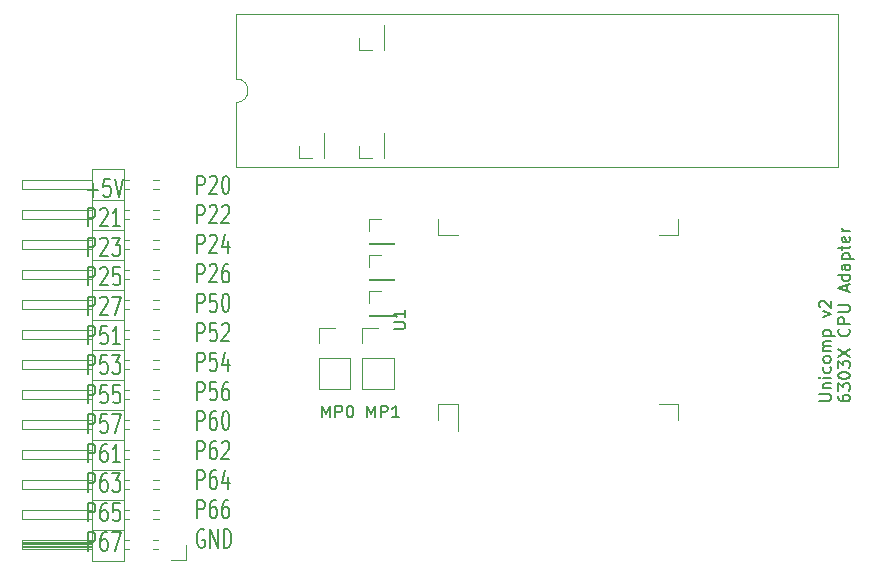
<source format=gbr>
%TF.GenerationSoftware,KiCad,Pcbnew,7.0.10-7.0.10~ubuntu20.04.1*%
%TF.CreationDate,2024-01-23T10:27:16+01:00*%
%TF.ProjectId,6303X_FP64,36333033-585f-4465-9036-342e6b696361,rev?*%
%TF.SameCoordinates,Original*%
%TF.FileFunction,Legend,Top*%
%TF.FilePolarity,Positive*%
%FSLAX46Y46*%
G04 Gerber Fmt 4.6, Leading zero omitted, Abs format (unit mm)*
G04 Created by KiCad (PCBNEW 7.0.10-7.0.10~ubuntu20.04.1) date 2024-01-23 10:27:16*
%MOMM*%
%LPD*%
G01*
G04 APERTURE LIST*
%ADD10C,0.150000*%
%ADD11C,0.120000*%
G04 APERTURE END LIST*
D10*
X179660779Y-72767819D02*
X179660779Y-71767819D01*
X179660779Y-71767819D02*
X179994112Y-72482104D01*
X179994112Y-72482104D02*
X180327445Y-71767819D01*
X180327445Y-71767819D02*
X180327445Y-72767819D01*
X180803636Y-72767819D02*
X180803636Y-71767819D01*
X180803636Y-71767819D02*
X181184588Y-71767819D01*
X181184588Y-71767819D02*
X181279826Y-71815438D01*
X181279826Y-71815438D02*
X181327445Y-71863057D01*
X181327445Y-71863057D02*
X181375064Y-71958295D01*
X181375064Y-71958295D02*
X181375064Y-72101152D01*
X181375064Y-72101152D02*
X181327445Y-72196390D01*
X181327445Y-72196390D02*
X181279826Y-72244009D01*
X181279826Y-72244009D02*
X181184588Y-72291628D01*
X181184588Y-72291628D02*
X180803636Y-72291628D01*
X181994112Y-71767819D02*
X182089350Y-71767819D01*
X182089350Y-71767819D02*
X182184588Y-71815438D01*
X182184588Y-71815438D02*
X182232207Y-71863057D01*
X182232207Y-71863057D02*
X182279826Y-71958295D01*
X182279826Y-71958295D02*
X182327445Y-72148771D01*
X182327445Y-72148771D02*
X182327445Y-72386866D01*
X182327445Y-72386866D02*
X182279826Y-72577342D01*
X182279826Y-72577342D02*
X182232207Y-72672580D01*
X182232207Y-72672580D02*
X182184588Y-72720200D01*
X182184588Y-72720200D02*
X182089350Y-72767819D01*
X182089350Y-72767819D02*
X181994112Y-72767819D01*
X181994112Y-72767819D02*
X181898874Y-72720200D01*
X181898874Y-72720200D02*
X181851255Y-72672580D01*
X181851255Y-72672580D02*
X181803636Y-72577342D01*
X181803636Y-72577342D02*
X181756017Y-72386866D01*
X181756017Y-72386866D02*
X181756017Y-72148771D01*
X181756017Y-72148771D02*
X181803636Y-71958295D01*
X181803636Y-71958295D02*
X181851255Y-71863057D01*
X181851255Y-71863057D02*
X181898874Y-71815438D01*
X181898874Y-71815438D02*
X181994112Y-71767819D01*
X183517922Y-72767819D02*
X183517922Y-71767819D01*
X183517922Y-71767819D02*
X183851255Y-72482104D01*
X183851255Y-72482104D02*
X184184588Y-71767819D01*
X184184588Y-71767819D02*
X184184588Y-72767819D01*
X184660779Y-72767819D02*
X184660779Y-71767819D01*
X184660779Y-71767819D02*
X185041731Y-71767819D01*
X185041731Y-71767819D02*
X185136969Y-71815438D01*
X185136969Y-71815438D02*
X185184588Y-71863057D01*
X185184588Y-71863057D02*
X185232207Y-71958295D01*
X185232207Y-71958295D02*
X185232207Y-72101152D01*
X185232207Y-72101152D02*
X185184588Y-72196390D01*
X185184588Y-72196390D02*
X185136969Y-72244009D01*
X185136969Y-72244009D02*
X185041731Y-72291628D01*
X185041731Y-72291628D02*
X184660779Y-72291628D01*
X186184588Y-72767819D02*
X185613160Y-72767819D01*
X185898874Y-72767819D02*
X185898874Y-71767819D01*
X185898874Y-71767819D02*
X185803636Y-71910676D01*
X185803636Y-71910676D02*
X185708398Y-72005914D01*
X185708398Y-72005914D02*
X185613160Y-72053533D01*
X159860588Y-53516033D02*
X160698684Y-53516033D01*
X160279636Y-54106509D02*
X160279636Y-52925557D01*
X161746303Y-52556509D02*
X161222493Y-52556509D01*
X161222493Y-52556509D02*
X161170112Y-53294604D01*
X161170112Y-53294604D02*
X161222493Y-53220795D01*
X161222493Y-53220795D02*
X161327255Y-53146985D01*
X161327255Y-53146985D02*
X161589160Y-53146985D01*
X161589160Y-53146985D02*
X161693922Y-53220795D01*
X161693922Y-53220795D02*
X161746303Y-53294604D01*
X161746303Y-53294604D02*
X161798684Y-53442223D01*
X161798684Y-53442223D02*
X161798684Y-53811271D01*
X161798684Y-53811271D02*
X161746303Y-53958890D01*
X161746303Y-53958890D02*
X161693922Y-54032700D01*
X161693922Y-54032700D02*
X161589160Y-54106509D01*
X161589160Y-54106509D02*
X161327255Y-54106509D01*
X161327255Y-54106509D02*
X161222493Y-54032700D01*
X161222493Y-54032700D02*
X161170112Y-53958890D01*
X162112969Y-52556509D02*
X162479636Y-54106509D01*
X162479636Y-54106509D02*
X162846303Y-52556509D01*
X159860588Y-56602009D02*
X159860588Y-55052009D01*
X159860588Y-55052009D02*
X160279636Y-55052009D01*
X160279636Y-55052009D02*
X160384398Y-55125819D01*
X160384398Y-55125819D02*
X160436779Y-55199628D01*
X160436779Y-55199628D02*
X160489160Y-55347247D01*
X160489160Y-55347247D02*
X160489160Y-55568676D01*
X160489160Y-55568676D02*
X160436779Y-55716295D01*
X160436779Y-55716295D02*
X160384398Y-55790104D01*
X160384398Y-55790104D02*
X160279636Y-55863914D01*
X160279636Y-55863914D02*
X159860588Y-55863914D01*
X160908207Y-55199628D02*
X160960588Y-55125819D01*
X160960588Y-55125819D02*
X161065350Y-55052009D01*
X161065350Y-55052009D02*
X161327255Y-55052009D01*
X161327255Y-55052009D02*
X161432017Y-55125819D01*
X161432017Y-55125819D02*
X161484398Y-55199628D01*
X161484398Y-55199628D02*
X161536779Y-55347247D01*
X161536779Y-55347247D02*
X161536779Y-55494866D01*
X161536779Y-55494866D02*
X161484398Y-55716295D01*
X161484398Y-55716295D02*
X160855826Y-56602009D01*
X160855826Y-56602009D02*
X161536779Y-56602009D01*
X162584398Y-56602009D02*
X161955826Y-56602009D01*
X162270112Y-56602009D02*
X162270112Y-55052009D01*
X162270112Y-55052009D02*
X162165350Y-55273438D01*
X162165350Y-55273438D02*
X162060588Y-55421057D01*
X162060588Y-55421057D02*
X161955826Y-55494866D01*
X159860588Y-59097509D02*
X159860588Y-57547509D01*
X159860588Y-57547509D02*
X160279636Y-57547509D01*
X160279636Y-57547509D02*
X160384398Y-57621319D01*
X160384398Y-57621319D02*
X160436779Y-57695128D01*
X160436779Y-57695128D02*
X160489160Y-57842747D01*
X160489160Y-57842747D02*
X160489160Y-58064176D01*
X160489160Y-58064176D02*
X160436779Y-58211795D01*
X160436779Y-58211795D02*
X160384398Y-58285604D01*
X160384398Y-58285604D02*
X160279636Y-58359414D01*
X160279636Y-58359414D02*
X159860588Y-58359414D01*
X160908207Y-57695128D02*
X160960588Y-57621319D01*
X160960588Y-57621319D02*
X161065350Y-57547509D01*
X161065350Y-57547509D02*
X161327255Y-57547509D01*
X161327255Y-57547509D02*
X161432017Y-57621319D01*
X161432017Y-57621319D02*
X161484398Y-57695128D01*
X161484398Y-57695128D02*
X161536779Y-57842747D01*
X161536779Y-57842747D02*
X161536779Y-57990366D01*
X161536779Y-57990366D02*
X161484398Y-58211795D01*
X161484398Y-58211795D02*
X160855826Y-59097509D01*
X160855826Y-59097509D02*
X161536779Y-59097509D01*
X161903445Y-57547509D02*
X162584398Y-57547509D01*
X162584398Y-57547509D02*
X162217731Y-58137985D01*
X162217731Y-58137985D02*
X162374874Y-58137985D01*
X162374874Y-58137985D02*
X162479636Y-58211795D01*
X162479636Y-58211795D02*
X162532017Y-58285604D01*
X162532017Y-58285604D02*
X162584398Y-58433223D01*
X162584398Y-58433223D02*
X162584398Y-58802271D01*
X162584398Y-58802271D02*
X162532017Y-58949890D01*
X162532017Y-58949890D02*
X162479636Y-59023700D01*
X162479636Y-59023700D02*
X162374874Y-59097509D01*
X162374874Y-59097509D02*
X162060588Y-59097509D01*
X162060588Y-59097509D02*
X161955826Y-59023700D01*
X161955826Y-59023700D02*
X161903445Y-58949890D01*
X159860588Y-61593009D02*
X159860588Y-60043009D01*
X159860588Y-60043009D02*
X160279636Y-60043009D01*
X160279636Y-60043009D02*
X160384398Y-60116819D01*
X160384398Y-60116819D02*
X160436779Y-60190628D01*
X160436779Y-60190628D02*
X160489160Y-60338247D01*
X160489160Y-60338247D02*
X160489160Y-60559676D01*
X160489160Y-60559676D02*
X160436779Y-60707295D01*
X160436779Y-60707295D02*
X160384398Y-60781104D01*
X160384398Y-60781104D02*
X160279636Y-60854914D01*
X160279636Y-60854914D02*
X159860588Y-60854914D01*
X160908207Y-60190628D02*
X160960588Y-60116819D01*
X160960588Y-60116819D02*
X161065350Y-60043009D01*
X161065350Y-60043009D02*
X161327255Y-60043009D01*
X161327255Y-60043009D02*
X161432017Y-60116819D01*
X161432017Y-60116819D02*
X161484398Y-60190628D01*
X161484398Y-60190628D02*
X161536779Y-60338247D01*
X161536779Y-60338247D02*
X161536779Y-60485866D01*
X161536779Y-60485866D02*
X161484398Y-60707295D01*
X161484398Y-60707295D02*
X160855826Y-61593009D01*
X160855826Y-61593009D02*
X161536779Y-61593009D01*
X162532017Y-60043009D02*
X162008207Y-60043009D01*
X162008207Y-60043009D02*
X161955826Y-60781104D01*
X161955826Y-60781104D02*
X162008207Y-60707295D01*
X162008207Y-60707295D02*
X162112969Y-60633485D01*
X162112969Y-60633485D02*
X162374874Y-60633485D01*
X162374874Y-60633485D02*
X162479636Y-60707295D01*
X162479636Y-60707295D02*
X162532017Y-60781104D01*
X162532017Y-60781104D02*
X162584398Y-60928723D01*
X162584398Y-60928723D02*
X162584398Y-61297771D01*
X162584398Y-61297771D02*
X162532017Y-61445390D01*
X162532017Y-61445390D02*
X162479636Y-61519200D01*
X162479636Y-61519200D02*
X162374874Y-61593009D01*
X162374874Y-61593009D02*
X162112969Y-61593009D01*
X162112969Y-61593009D02*
X162008207Y-61519200D01*
X162008207Y-61519200D02*
X161955826Y-61445390D01*
X159860588Y-64088509D02*
X159860588Y-62538509D01*
X159860588Y-62538509D02*
X160279636Y-62538509D01*
X160279636Y-62538509D02*
X160384398Y-62612319D01*
X160384398Y-62612319D02*
X160436779Y-62686128D01*
X160436779Y-62686128D02*
X160489160Y-62833747D01*
X160489160Y-62833747D02*
X160489160Y-63055176D01*
X160489160Y-63055176D02*
X160436779Y-63202795D01*
X160436779Y-63202795D02*
X160384398Y-63276604D01*
X160384398Y-63276604D02*
X160279636Y-63350414D01*
X160279636Y-63350414D02*
X159860588Y-63350414D01*
X160908207Y-62686128D02*
X160960588Y-62612319D01*
X160960588Y-62612319D02*
X161065350Y-62538509D01*
X161065350Y-62538509D02*
X161327255Y-62538509D01*
X161327255Y-62538509D02*
X161432017Y-62612319D01*
X161432017Y-62612319D02*
X161484398Y-62686128D01*
X161484398Y-62686128D02*
X161536779Y-62833747D01*
X161536779Y-62833747D02*
X161536779Y-62981366D01*
X161536779Y-62981366D02*
X161484398Y-63202795D01*
X161484398Y-63202795D02*
X160855826Y-64088509D01*
X160855826Y-64088509D02*
X161536779Y-64088509D01*
X161903445Y-62538509D02*
X162636779Y-62538509D01*
X162636779Y-62538509D02*
X162165350Y-64088509D01*
X159860588Y-66584009D02*
X159860588Y-65034009D01*
X159860588Y-65034009D02*
X160279636Y-65034009D01*
X160279636Y-65034009D02*
X160384398Y-65107819D01*
X160384398Y-65107819D02*
X160436779Y-65181628D01*
X160436779Y-65181628D02*
X160489160Y-65329247D01*
X160489160Y-65329247D02*
X160489160Y-65550676D01*
X160489160Y-65550676D02*
X160436779Y-65698295D01*
X160436779Y-65698295D02*
X160384398Y-65772104D01*
X160384398Y-65772104D02*
X160279636Y-65845914D01*
X160279636Y-65845914D02*
X159860588Y-65845914D01*
X161484398Y-65034009D02*
X160960588Y-65034009D01*
X160960588Y-65034009D02*
X160908207Y-65772104D01*
X160908207Y-65772104D02*
X160960588Y-65698295D01*
X160960588Y-65698295D02*
X161065350Y-65624485D01*
X161065350Y-65624485D02*
X161327255Y-65624485D01*
X161327255Y-65624485D02*
X161432017Y-65698295D01*
X161432017Y-65698295D02*
X161484398Y-65772104D01*
X161484398Y-65772104D02*
X161536779Y-65919723D01*
X161536779Y-65919723D02*
X161536779Y-66288771D01*
X161536779Y-66288771D02*
X161484398Y-66436390D01*
X161484398Y-66436390D02*
X161432017Y-66510200D01*
X161432017Y-66510200D02*
X161327255Y-66584009D01*
X161327255Y-66584009D02*
X161065350Y-66584009D01*
X161065350Y-66584009D02*
X160960588Y-66510200D01*
X160960588Y-66510200D02*
X160908207Y-66436390D01*
X162584398Y-66584009D02*
X161955826Y-66584009D01*
X162270112Y-66584009D02*
X162270112Y-65034009D01*
X162270112Y-65034009D02*
X162165350Y-65255438D01*
X162165350Y-65255438D02*
X162060588Y-65403057D01*
X162060588Y-65403057D02*
X161955826Y-65476866D01*
X159860588Y-69079509D02*
X159860588Y-67529509D01*
X159860588Y-67529509D02*
X160279636Y-67529509D01*
X160279636Y-67529509D02*
X160384398Y-67603319D01*
X160384398Y-67603319D02*
X160436779Y-67677128D01*
X160436779Y-67677128D02*
X160489160Y-67824747D01*
X160489160Y-67824747D02*
X160489160Y-68046176D01*
X160489160Y-68046176D02*
X160436779Y-68193795D01*
X160436779Y-68193795D02*
X160384398Y-68267604D01*
X160384398Y-68267604D02*
X160279636Y-68341414D01*
X160279636Y-68341414D02*
X159860588Y-68341414D01*
X161484398Y-67529509D02*
X160960588Y-67529509D01*
X160960588Y-67529509D02*
X160908207Y-68267604D01*
X160908207Y-68267604D02*
X160960588Y-68193795D01*
X160960588Y-68193795D02*
X161065350Y-68119985D01*
X161065350Y-68119985D02*
X161327255Y-68119985D01*
X161327255Y-68119985D02*
X161432017Y-68193795D01*
X161432017Y-68193795D02*
X161484398Y-68267604D01*
X161484398Y-68267604D02*
X161536779Y-68415223D01*
X161536779Y-68415223D02*
X161536779Y-68784271D01*
X161536779Y-68784271D02*
X161484398Y-68931890D01*
X161484398Y-68931890D02*
X161432017Y-69005700D01*
X161432017Y-69005700D02*
X161327255Y-69079509D01*
X161327255Y-69079509D02*
X161065350Y-69079509D01*
X161065350Y-69079509D02*
X160960588Y-69005700D01*
X160960588Y-69005700D02*
X160908207Y-68931890D01*
X161903445Y-67529509D02*
X162584398Y-67529509D01*
X162584398Y-67529509D02*
X162217731Y-68119985D01*
X162217731Y-68119985D02*
X162374874Y-68119985D01*
X162374874Y-68119985D02*
X162479636Y-68193795D01*
X162479636Y-68193795D02*
X162532017Y-68267604D01*
X162532017Y-68267604D02*
X162584398Y-68415223D01*
X162584398Y-68415223D02*
X162584398Y-68784271D01*
X162584398Y-68784271D02*
X162532017Y-68931890D01*
X162532017Y-68931890D02*
X162479636Y-69005700D01*
X162479636Y-69005700D02*
X162374874Y-69079509D01*
X162374874Y-69079509D02*
X162060588Y-69079509D01*
X162060588Y-69079509D02*
X161955826Y-69005700D01*
X161955826Y-69005700D02*
X161903445Y-68931890D01*
X159860588Y-71575009D02*
X159860588Y-70025009D01*
X159860588Y-70025009D02*
X160279636Y-70025009D01*
X160279636Y-70025009D02*
X160384398Y-70098819D01*
X160384398Y-70098819D02*
X160436779Y-70172628D01*
X160436779Y-70172628D02*
X160489160Y-70320247D01*
X160489160Y-70320247D02*
X160489160Y-70541676D01*
X160489160Y-70541676D02*
X160436779Y-70689295D01*
X160436779Y-70689295D02*
X160384398Y-70763104D01*
X160384398Y-70763104D02*
X160279636Y-70836914D01*
X160279636Y-70836914D02*
X159860588Y-70836914D01*
X161484398Y-70025009D02*
X160960588Y-70025009D01*
X160960588Y-70025009D02*
X160908207Y-70763104D01*
X160908207Y-70763104D02*
X160960588Y-70689295D01*
X160960588Y-70689295D02*
X161065350Y-70615485D01*
X161065350Y-70615485D02*
X161327255Y-70615485D01*
X161327255Y-70615485D02*
X161432017Y-70689295D01*
X161432017Y-70689295D02*
X161484398Y-70763104D01*
X161484398Y-70763104D02*
X161536779Y-70910723D01*
X161536779Y-70910723D02*
X161536779Y-71279771D01*
X161536779Y-71279771D02*
X161484398Y-71427390D01*
X161484398Y-71427390D02*
X161432017Y-71501200D01*
X161432017Y-71501200D02*
X161327255Y-71575009D01*
X161327255Y-71575009D02*
X161065350Y-71575009D01*
X161065350Y-71575009D02*
X160960588Y-71501200D01*
X160960588Y-71501200D02*
X160908207Y-71427390D01*
X162532017Y-70025009D02*
X162008207Y-70025009D01*
X162008207Y-70025009D02*
X161955826Y-70763104D01*
X161955826Y-70763104D02*
X162008207Y-70689295D01*
X162008207Y-70689295D02*
X162112969Y-70615485D01*
X162112969Y-70615485D02*
X162374874Y-70615485D01*
X162374874Y-70615485D02*
X162479636Y-70689295D01*
X162479636Y-70689295D02*
X162532017Y-70763104D01*
X162532017Y-70763104D02*
X162584398Y-70910723D01*
X162584398Y-70910723D02*
X162584398Y-71279771D01*
X162584398Y-71279771D02*
X162532017Y-71427390D01*
X162532017Y-71427390D02*
X162479636Y-71501200D01*
X162479636Y-71501200D02*
X162374874Y-71575009D01*
X162374874Y-71575009D02*
X162112969Y-71575009D01*
X162112969Y-71575009D02*
X162008207Y-71501200D01*
X162008207Y-71501200D02*
X161955826Y-71427390D01*
X159860588Y-74070509D02*
X159860588Y-72520509D01*
X159860588Y-72520509D02*
X160279636Y-72520509D01*
X160279636Y-72520509D02*
X160384398Y-72594319D01*
X160384398Y-72594319D02*
X160436779Y-72668128D01*
X160436779Y-72668128D02*
X160489160Y-72815747D01*
X160489160Y-72815747D02*
X160489160Y-73037176D01*
X160489160Y-73037176D02*
X160436779Y-73184795D01*
X160436779Y-73184795D02*
X160384398Y-73258604D01*
X160384398Y-73258604D02*
X160279636Y-73332414D01*
X160279636Y-73332414D02*
X159860588Y-73332414D01*
X161484398Y-72520509D02*
X160960588Y-72520509D01*
X160960588Y-72520509D02*
X160908207Y-73258604D01*
X160908207Y-73258604D02*
X160960588Y-73184795D01*
X160960588Y-73184795D02*
X161065350Y-73110985D01*
X161065350Y-73110985D02*
X161327255Y-73110985D01*
X161327255Y-73110985D02*
X161432017Y-73184795D01*
X161432017Y-73184795D02*
X161484398Y-73258604D01*
X161484398Y-73258604D02*
X161536779Y-73406223D01*
X161536779Y-73406223D02*
X161536779Y-73775271D01*
X161536779Y-73775271D02*
X161484398Y-73922890D01*
X161484398Y-73922890D02*
X161432017Y-73996700D01*
X161432017Y-73996700D02*
X161327255Y-74070509D01*
X161327255Y-74070509D02*
X161065350Y-74070509D01*
X161065350Y-74070509D02*
X160960588Y-73996700D01*
X160960588Y-73996700D02*
X160908207Y-73922890D01*
X161903445Y-72520509D02*
X162636779Y-72520509D01*
X162636779Y-72520509D02*
X162165350Y-74070509D01*
X159860588Y-76566009D02*
X159860588Y-75016009D01*
X159860588Y-75016009D02*
X160279636Y-75016009D01*
X160279636Y-75016009D02*
X160384398Y-75089819D01*
X160384398Y-75089819D02*
X160436779Y-75163628D01*
X160436779Y-75163628D02*
X160489160Y-75311247D01*
X160489160Y-75311247D02*
X160489160Y-75532676D01*
X160489160Y-75532676D02*
X160436779Y-75680295D01*
X160436779Y-75680295D02*
X160384398Y-75754104D01*
X160384398Y-75754104D02*
X160279636Y-75827914D01*
X160279636Y-75827914D02*
X159860588Y-75827914D01*
X161432017Y-75016009D02*
X161222493Y-75016009D01*
X161222493Y-75016009D02*
X161117731Y-75089819D01*
X161117731Y-75089819D02*
X161065350Y-75163628D01*
X161065350Y-75163628D02*
X160960588Y-75385057D01*
X160960588Y-75385057D02*
X160908207Y-75680295D01*
X160908207Y-75680295D02*
X160908207Y-76270771D01*
X160908207Y-76270771D02*
X160960588Y-76418390D01*
X160960588Y-76418390D02*
X161012969Y-76492200D01*
X161012969Y-76492200D02*
X161117731Y-76566009D01*
X161117731Y-76566009D02*
X161327255Y-76566009D01*
X161327255Y-76566009D02*
X161432017Y-76492200D01*
X161432017Y-76492200D02*
X161484398Y-76418390D01*
X161484398Y-76418390D02*
X161536779Y-76270771D01*
X161536779Y-76270771D02*
X161536779Y-75901723D01*
X161536779Y-75901723D02*
X161484398Y-75754104D01*
X161484398Y-75754104D02*
X161432017Y-75680295D01*
X161432017Y-75680295D02*
X161327255Y-75606485D01*
X161327255Y-75606485D02*
X161117731Y-75606485D01*
X161117731Y-75606485D02*
X161012969Y-75680295D01*
X161012969Y-75680295D02*
X160960588Y-75754104D01*
X160960588Y-75754104D02*
X160908207Y-75901723D01*
X162584398Y-76566009D02*
X161955826Y-76566009D01*
X162270112Y-76566009D02*
X162270112Y-75016009D01*
X162270112Y-75016009D02*
X162165350Y-75237438D01*
X162165350Y-75237438D02*
X162060588Y-75385057D01*
X162060588Y-75385057D02*
X161955826Y-75458866D01*
X159860588Y-79061509D02*
X159860588Y-77511509D01*
X159860588Y-77511509D02*
X160279636Y-77511509D01*
X160279636Y-77511509D02*
X160384398Y-77585319D01*
X160384398Y-77585319D02*
X160436779Y-77659128D01*
X160436779Y-77659128D02*
X160489160Y-77806747D01*
X160489160Y-77806747D02*
X160489160Y-78028176D01*
X160489160Y-78028176D02*
X160436779Y-78175795D01*
X160436779Y-78175795D02*
X160384398Y-78249604D01*
X160384398Y-78249604D02*
X160279636Y-78323414D01*
X160279636Y-78323414D02*
X159860588Y-78323414D01*
X161432017Y-77511509D02*
X161222493Y-77511509D01*
X161222493Y-77511509D02*
X161117731Y-77585319D01*
X161117731Y-77585319D02*
X161065350Y-77659128D01*
X161065350Y-77659128D02*
X160960588Y-77880557D01*
X160960588Y-77880557D02*
X160908207Y-78175795D01*
X160908207Y-78175795D02*
X160908207Y-78766271D01*
X160908207Y-78766271D02*
X160960588Y-78913890D01*
X160960588Y-78913890D02*
X161012969Y-78987700D01*
X161012969Y-78987700D02*
X161117731Y-79061509D01*
X161117731Y-79061509D02*
X161327255Y-79061509D01*
X161327255Y-79061509D02*
X161432017Y-78987700D01*
X161432017Y-78987700D02*
X161484398Y-78913890D01*
X161484398Y-78913890D02*
X161536779Y-78766271D01*
X161536779Y-78766271D02*
X161536779Y-78397223D01*
X161536779Y-78397223D02*
X161484398Y-78249604D01*
X161484398Y-78249604D02*
X161432017Y-78175795D01*
X161432017Y-78175795D02*
X161327255Y-78101985D01*
X161327255Y-78101985D02*
X161117731Y-78101985D01*
X161117731Y-78101985D02*
X161012969Y-78175795D01*
X161012969Y-78175795D02*
X160960588Y-78249604D01*
X160960588Y-78249604D02*
X160908207Y-78397223D01*
X161903445Y-77511509D02*
X162584398Y-77511509D01*
X162584398Y-77511509D02*
X162217731Y-78101985D01*
X162217731Y-78101985D02*
X162374874Y-78101985D01*
X162374874Y-78101985D02*
X162479636Y-78175795D01*
X162479636Y-78175795D02*
X162532017Y-78249604D01*
X162532017Y-78249604D02*
X162584398Y-78397223D01*
X162584398Y-78397223D02*
X162584398Y-78766271D01*
X162584398Y-78766271D02*
X162532017Y-78913890D01*
X162532017Y-78913890D02*
X162479636Y-78987700D01*
X162479636Y-78987700D02*
X162374874Y-79061509D01*
X162374874Y-79061509D02*
X162060588Y-79061509D01*
X162060588Y-79061509D02*
X161955826Y-78987700D01*
X161955826Y-78987700D02*
X161903445Y-78913890D01*
X159860588Y-81557009D02*
X159860588Y-80007009D01*
X159860588Y-80007009D02*
X160279636Y-80007009D01*
X160279636Y-80007009D02*
X160384398Y-80080819D01*
X160384398Y-80080819D02*
X160436779Y-80154628D01*
X160436779Y-80154628D02*
X160489160Y-80302247D01*
X160489160Y-80302247D02*
X160489160Y-80523676D01*
X160489160Y-80523676D02*
X160436779Y-80671295D01*
X160436779Y-80671295D02*
X160384398Y-80745104D01*
X160384398Y-80745104D02*
X160279636Y-80818914D01*
X160279636Y-80818914D02*
X159860588Y-80818914D01*
X161432017Y-80007009D02*
X161222493Y-80007009D01*
X161222493Y-80007009D02*
X161117731Y-80080819D01*
X161117731Y-80080819D02*
X161065350Y-80154628D01*
X161065350Y-80154628D02*
X160960588Y-80376057D01*
X160960588Y-80376057D02*
X160908207Y-80671295D01*
X160908207Y-80671295D02*
X160908207Y-81261771D01*
X160908207Y-81261771D02*
X160960588Y-81409390D01*
X160960588Y-81409390D02*
X161012969Y-81483200D01*
X161012969Y-81483200D02*
X161117731Y-81557009D01*
X161117731Y-81557009D02*
X161327255Y-81557009D01*
X161327255Y-81557009D02*
X161432017Y-81483200D01*
X161432017Y-81483200D02*
X161484398Y-81409390D01*
X161484398Y-81409390D02*
X161536779Y-81261771D01*
X161536779Y-81261771D02*
X161536779Y-80892723D01*
X161536779Y-80892723D02*
X161484398Y-80745104D01*
X161484398Y-80745104D02*
X161432017Y-80671295D01*
X161432017Y-80671295D02*
X161327255Y-80597485D01*
X161327255Y-80597485D02*
X161117731Y-80597485D01*
X161117731Y-80597485D02*
X161012969Y-80671295D01*
X161012969Y-80671295D02*
X160960588Y-80745104D01*
X160960588Y-80745104D02*
X160908207Y-80892723D01*
X162532017Y-80007009D02*
X162008207Y-80007009D01*
X162008207Y-80007009D02*
X161955826Y-80745104D01*
X161955826Y-80745104D02*
X162008207Y-80671295D01*
X162008207Y-80671295D02*
X162112969Y-80597485D01*
X162112969Y-80597485D02*
X162374874Y-80597485D01*
X162374874Y-80597485D02*
X162479636Y-80671295D01*
X162479636Y-80671295D02*
X162532017Y-80745104D01*
X162532017Y-80745104D02*
X162584398Y-80892723D01*
X162584398Y-80892723D02*
X162584398Y-81261771D01*
X162584398Y-81261771D02*
X162532017Y-81409390D01*
X162532017Y-81409390D02*
X162479636Y-81483200D01*
X162479636Y-81483200D02*
X162374874Y-81557009D01*
X162374874Y-81557009D02*
X162112969Y-81557009D01*
X162112969Y-81557009D02*
X162008207Y-81483200D01*
X162008207Y-81483200D02*
X161955826Y-81409390D01*
X159860588Y-84052509D02*
X159860588Y-82502509D01*
X159860588Y-82502509D02*
X160279636Y-82502509D01*
X160279636Y-82502509D02*
X160384398Y-82576319D01*
X160384398Y-82576319D02*
X160436779Y-82650128D01*
X160436779Y-82650128D02*
X160489160Y-82797747D01*
X160489160Y-82797747D02*
X160489160Y-83019176D01*
X160489160Y-83019176D02*
X160436779Y-83166795D01*
X160436779Y-83166795D02*
X160384398Y-83240604D01*
X160384398Y-83240604D02*
X160279636Y-83314414D01*
X160279636Y-83314414D02*
X159860588Y-83314414D01*
X161432017Y-82502509D02*
X161222493Y-82502509D01*
X161222493Y-82502509D02*
X161117731Y-82576319D01*
X161117731Y-82576319D02*
X161065350Y-82650128D01*
X161065350Y-82650128D02*
X160960588Y-82871557D01*
X160960588Y-82871557D02*
X160908207Y-83166795D01*
X160908207Y-83166795D02*
X160908207Y-83757271D01*
X160908207Y-83757271D02*
X160960588Y-83904890D01*
X160960588Y-83904890D02*
X161012969Y-83978700D01*
X161012969Y-83978700D02*
X161117731Y-84052509D01*
X161117731Y-84052509D02*
X161327255Y-84052509D01*
X161327255Y-84052509D02*
X161432017Y-83978700D01*
X161432017Y-83978700D02*
X161484398Y-83904890D01*
X161484398Y-83904890D02*
X161536779Y-83757271D01*
X161536779Y-83757271D02*
X161536779Y-83388223D01*
X161536779Y-83388223D02*
X161484398Y-83240604D01*
X161484398Y-83240604D02*
X161432017Y-83166795D01*
X161432017Y-83166795D02*
X161327255Y-83092985D01*
X161327255Y-83092985D02*
X161117731Y-83092985D01*
X161117731Y-83092985D02*
X161012969Y-83166795D01*
X161012969Y-83166795D02*
X160960588Y-83240604D01*
X160960588Y-83240604D02*
X160908207Y-83388223D01*
X161903445Y-82502509D02*
X162636779Y-82502509D01*
X162636779Y-82502509D02*
X162165350Y-84052509D01*
X221759819Y-71363220D02*
X222569342Y-71363220D01*
X222569342Y-71363220D02*
X222664580Y-71315601D01*
X222664580Y-71315601D02*
X222712200Y-71267982D01*
X222712200Y-71267982D02*
X222759819Y-71172744D01*
X222759819Y-71172744D02*
X222759819Y-70982268D01*
X222759819Y-70982268D02*
X222712200Y-70887030D01*
X222712200Y-70887030D02*
X222664580Y-70839411D01*
X222664580Y-70839411D02*
X222569342Y-70791792D01*
X222569342Y-70791792D02*
X221759819Y-70791792D01*
X222093152Y-70315601D02*
X222759819Y-70315601D01*
X222188390Y-70315601D02*
X222140771Y-70267982D01*
X222140771Y-70267982D02*
X222093152Y-70172744D01*
X222093152Y-70172744D02*
X222093152Y-70029887D01*
X222093152Y-70029887D02*
X222140771Y-69934649D01*
X222140771Y-69934649D02*
X222236009Y-69887030D01*
X222236009Y-69887030D02*
X222759819Y-69887030D01*
X222759819Y-69410839D02*
X222093152Y-69410839D01*
X221759819Y-69410839D02*
X221807438Y-69458458D01*
X221807438Y-69458458D02*
X221855057Y-69410839D01*
X221855057Y-69410839D02*
X221807438Y-69363220D01*
X221807438Y-69363220D02*
X221759819Y-69410839D01*
X221759819Y-69410839D02*
X221855057Y-69410839D01*
X222712200Y-68506078D02*
X222759819Y-68601316D01*
X222759819Y-68601316D02*
X222759819Y-68791792D01*
X222759819Y-68791792D02*
X222712200Y-68887030D01*
X222712200Y-68887030D02*
X222664580Y-68934649D01*
X222664580Y-68934649D02*
X222569342Y-68982268D01*
X222569342Y-68982268D02*
X222283628Y-68982268D01*
X222283628Y-68982268D02*
X222188390Y-68934649D01*
X222188390Y-68934649D02*
X222140771Y-68887030D01*
X222140771Y-68887030D02*
X222093152Y-68791792D01*
X222093152Y-68791792D02*
X222093152Y-68601316D01*
X222093152Y-68601316D02*
X222140771Y-68506078D01*
X222759819Y-67934649D02*
X222712200Y-68029887D01*
X222712200Y-68029887D02*
X222664580Y-68077506D01*
X222664580Y-68077506D02*
X222569342Y-68125125D01*
X222569342Y-68125125D02*
X222283628Y-68125125D01*
X222283628Y-68125125D02*
X222188390Y-68077506D01*
X222188390Y-68077506D02*
X222140771Y-68029887D01*
X222140771Y-68029887D02*
X222093152Y-67934649D01*
X222093152Y-67934649D02*
X222093152Y-67791792D01*
X222093152Y-67791792D02*
X222140771Y-67696554D01*
X222140771Y-67696554D02*
X222188390Y-67648935D01*
X222188390Y-67648935D02*
X222283628Y-67601316D01*
X222283628Y-67601316D02*
X222569342Y-67601316D01*
X222569342Y-67601316D02*
X222664580Y-67648935D01*
X222664580Y-67648935D02*
X222712200Y-67696554D01*
X222712200Y-67696554D02*
X222759819Y-67791792D01*
X222759819Y-67791792D02*
X222759819Y-67934649D01*
X222759819Y-67172744D02*
X222093152Y-67172744D01*
X222188390Y-67172744D02*
X222140771Y-67125125D01*
X222140771Y-67125125D02*
X222093152Y-67029887D01*
X222093152Y-67029887D02*
X222093152Y-66887030D01*
X222093152Y-66887030D02*
X222140771Y-66791792D01*
X222140771Y-66791792D02*
X222236009Y-66744173D01*
X222236009Y-66744173D02*
X222759819Y-66744173D01*
X222236009Y-66744173D02*
X222140771Y-66696554D01*
X222140771Y-66696554D02*
X222093152Y-66601316D01*
X222093152Y-66601316D02*
X222093152Y-66458459D01*
X222093152Y-66458459D02*
X222140771Y-66363220D01*
X222140771Y-66363220D02*
X222236009Y-66315601D01*
X222236009Y-66315601D02*
X222759819Y-66315601D01*
X222093152Y-65839411D02*
X223093152Y-65839411D01*
X222140771Y-65839411D02*
X222093152Y-65744173D01*
X222093152Y-65744173D02*
X222093152Y-65553697D01*
X222093152Y-65553697D02*
X222140771Y-65458459D01*
X222140771Y-65458459D02*
X222188390Y-65410840D01*
X222188390Y-65410840D02*
X222283628Y-65363221D01*
X222283628Y-65363221D02*
X222569342Y-65363221D01*
X222569342Y-65363221D02*
X222664580Y-65410840D01*
X222664580Y-65410840D02*
X222712200Y-65458459D01*
X222712200Y-65458459D02*
X222759819Y-65553697D01*
X222759819Y-65553697D02*
X222759819Y-65744173D01*
X222759819Y-65744173D02*
X222712200Y-65839411D01*
X222093152Y-64267982D02*
X222759819Y-64029887D01*
X222759819Y-64029887D02*
X222093152Y-63791792D01*
X221855057Y-63458458D02*
X221807438Y-63410839D01*
X221807438Y-63410839D02*
X221759819Y-63315601D01*
X221759819Y-63315601D02*
X221759819Y-63077506D01*
X221759819Y-63077506D02*
X221807438Y-62982268D01*
X221807438Y-62982268D02*
X221855057Y-62934649D01*
X221855057Y-62934649D02*
X221950295Y-62887030D01*
X221950295Y-62887030D02*
X222045533Y-62887030D01*
X222045533Y-62887030D02*
X222188390Y-62934649D01*
X222188390Y-62934649D02*
X222759819Y-63506077D01*
X222759819Y-63506077D02*
X222759819Y-62887030D01*
X223369819Y-70934649D02*
X223369819Y-71125125D01*
X223369819Y-71125125D02*
X223417438Y-71220363D01*
X223417438Y-71220363D02*
X223465057Y-71267982D01*
X223465057Y-71267982D02*
X223607914Y-71363220D01*
X223607914Y-71363220D02*
X223798390Y-71410839D01*
X223798390Y-71410839D02*
X224179342Y-71410839D01*
X224179342Y-71410839D02*
X224274580Y-71363220D01*
X224274580Y-71363220D02*
X224322200Y-71315601D01*
X224322200Y-71315601D02*
X224369819Y-71220363D01*
X224369819Y-71220363D02*
X224369819Y-71029887D01*
X224369819Y-71029887D02*
X224322200Y-70934649D01*
X224322200Y-70934649D02*
X224274580Y-70887030D01*
X224274580Y-70887030D02*
X224179342Y-70839411D01*
X224179342Y-70839411D02*
X223941247Y-70839411D01*
X223941247Y-70839411D02*
X223846009Y-70887030D01*
X223846009Y-70887030D02*
X223798390Y-70934649D01*
X223798390Y-70934649D02*
X223750771Y-71029887D01*
X223750771Y-71029887D02*
X223750771Y-71220363D01*
X223750771Y-71220363D02*
X223798390Y-71315601D01*
X223798390Y-71315601D02*
X223846009Y-71363220D01*
X223846009Y-71363220D02*
X223941247Y-71410839D01*
X223369819Y-70506077D02*
X223369819Y-69887030D01*
X223369819Y-69887030D02*
X223750771Y-70220363D01*
X223750771Y-70220363D02*
X223750771Y-70077506D01*
X223750771Y-70077506D02*
X223798390Y-69982268D01*
X223798390Y-69982268D02*
X223846009Y-69934649D01*
X223846009Y-69934649D02*
X223941247Y-69887030D01*
X223941247Y-69887030D02*
X224179342Y-69887030D01*
X224179342Y-69887030D02*
X224274580Y-69934649D01*
X224274580Y-69934649D02*
X224322200Y-69982268D01*
X224322200Y-69982268D02*
X224369819Y-70077506D01*
X224369819Y-70077506D02*
X224369819Y-70363220D01*
X224369819Y-70363220D02*
X224322200Y-70458458D01*
X224322200Y-70458458D02*
X224274580Y-70506077D01*
X223369819Y-69267982D02*
X223369819Y-69172744D01*
X223369819Y-69172744D02*
X223417438Y-69077506D01*
X223417438Y-69077506D02*
X223465057Y-69029887D01*
X223465057Y-69029887D02*
X223560295Y-68982268D01*
X223560295Y-68982268D02*
X223750771Y-68934649D01*
X223750771Y-68934649D02*
X223988866Y-68934649D01*
X223988866Y-68934649D02*
X224179342Y-68982268D01*
X224179342Y-68982268D02*
X224274580Y-69029887D01*
X224274580Y-69029887D02*
X224322200Y-69077506D01*
X224322200Y-69077506D02*
X224369819Y-69172744D01*
X224369819Y-69172744D02*
X224369819Y-69267982D01*
X224369819Y-69267982D02*
X224322200Y-69363220D01*
X224322200Y-69363220D02*
X224274580Y-69410839D01*
X224274580Y-69410839D02*
X224179342Y-69458458D01*
X224179342Y-69458458D02*
X223988866Y-69506077D01*
X223988866Y-69506077D02*
X223750771Y-69506077D01*
X223750771Y-69506077D02*
X223560295Y-69458458D01*
X223560295Y-69458458D02*
X223465057Y-69410839D01*
X223465057Y-69410839D02*
X223417438Y-69363220D01*
X223417438Y-69363220D02*
X223369819Y-69267982D01*
X223369819Y-68601315D02*
X223369819Y-67982268D01*
X223369819Y-67982268D02*
X223750771Y-68315601D01*
X223750771Y-68315601D02*
X223750771Y-68172744D01*
X223750771Y-68172744D02*
X223798390Y-68077506D01*
X223798390Y-68077506D02*
X223846009Y-68029887D01*
X223846009Y-68029887D02*
X223941247Y-67982268D01*
X223941247Y-67982268D02*
X224179342Y-67982268D01*
X224179342Y-67982268D02*
X224274580Y-68029887D01*
X224274580Y-68029887D02*
X224322200Y-68077506D01*
X224322200Y-68077506D02*
X224369819Y-68172744D01*
X224369819Y-68172744D02*
X224369819Y-68458458D01*
X224369819Y-68458458D02*
X224322200Y-68553696D01*
X224322200Y-68553696D02*
X224274580Y-68601315D01*
X223369819Y-67648934D02*
X224369819Y-66982268D01*
X223369819Y-66982268D02*
X224369819Y-67648934D01*
X224274580Y-65267982D02*
X224322200Y-65315601D01*
X224322200Y-65315601D02*
X224369819Y-65458458D01*
X224369819Y-65458458D02*
X224369819Y-65553696D01*
X224369819Y-65553696D02*
X224322200Y-65696553D01*
X224322200Y-65696553D02*
X224226961Y-65791791D01*
X224226961Y-65791791D02*
X224131723Y-65839410D01*
X224131723Y-65839410D02*
X223941247Y-65887029D01*
X223941247Y-65887029D02*
X223798390Y-65887029D01*
X223798390Y-65887029D02*
X223607914Y-65839410D01*
X223607914Y-65839410D02*
X223512676Y-65791791D01*
X223512676Y-65791791D02*
X223417438Y-65696553D01*
X223417438Y-65696553D02*
X223369819Y-65553696D01*
X223369819Y-65553696D02*
X223369819Y-65458458D01*
X223369819Y-65458458D02*
X223417438Y-65315601D01*
X223417438Y-65315601D02*
X223465057Y-65267982D01*
X224369819Y-64839410D02*
X223369819Y-64839410D01*
X223369819Y-64839410D02*
X223369819Y-64458458D01*
X223369819Y-64458458D02*
X223417438Y-64363220D01*
X223417438Y-64363220D02*
X223465057Y-64315601D01*
X223465057Y-64315601D02*
X223560295Y-64267982D01*
X223560295Y-64267982D02*
X223703152Y-64267982D01*
X223703152Y-64267982D02*
X223798390Y-64315601D01*
X223798390Y-64315601D02*
X223846009Y-64363220D01*
X223846009Y-64363220D02*
X223893628Y-64458458D01*
X223893628Y-64458458D02*
X223893628Y-64839410D01*
X223369819Y-63839410D02*
X224179342Y-63839410D01*
X224179342Y-63839410D02*
X224274580Y-63791791D01*
X224274580Y-63791791D02*
X224322200Y-63744172D01*
X224322200Y-63744172D02*
X224369819Y-63648934D01*
X224369819Y-63648934D02*
X224369819Y-63458458D01*
X224369819Y-63458458D02*
X224322200Y-63363220D01*
X224322200Y-63363220D02*
X224274580Y-63315601D01*
X224274580Y-63315601D02*
X224179342Y-63267982D01*
X224179342Y-63267982D02*
X223369819Y-63267982D01*
X224084104Y-62077505D02*
X224084104Y-61601315D01*
X224369819Y-62172743D02*
X223369819Y-61839410D01*
X223369819Y-61839410D02*
X224369819Y-61506077D01*
X224369819Y-60744172D02*
X223369819Y-60744172D01*
X224322200Y-60744172D02*
X224369819Y-60839410D01*
X224369819Y-60839410D02*
X224369819Y-61029886D01*
X224369819Y-61029886D02*
X224322200Y-61125124D01*
X224322200Y-61125124D02*
X224274580Y-61172743D01*
X224274580Y-61172743D02*
X224179342Y-61220362D01*
X224179342Y-61220362D02*
X223893628Y-61220362D01*
X223893628Y-61220362D02*
X223798390Y-61172743D01*
X223798390Y-61172743D02*
X223750771Y-61125124D01*
X223750771Y-61125124D02*
X223703152Y-61029886D01*
X223703152Y-61029886D02*
X223703152Y-60839410D01*
X223703152Y-60839410D02*
X223750771Y-60744172D01*
X224369819Y-59839410D02*
X223846009Y-59839410D01*
X223846009Y-59839410D02*
X223750771Y-59887029D01*
X223750771Y-59887029D02*
X223703152Y-59982267D01*
X223703152Y-59982267D02*
X223703152Y-60172743D01*
X223703152Y-60172743D02*
X223750771Y-60267981D01*
X224322200Y-59839410D02*
X224369819Y-59934648D01*
X224369819Y-59934648D02*
X224369819Y-60172743D01*
X224369819Y-60172743D02*
X224322200Y-60267981D01*
X224322200Y-60267981D02*
X224226961Y-60315600D01*
X224226961Y-60315600D02*
X224131723Y-60315600D01*
X224131723Y-60315600D02*
X224036485Y-60267981D01*
X224036485Y-60267981D02*
X223988866Y-60172743D01*
X223988866Y-60172743D02*
X223988866Y-59934648D01*
X223988866Y-59934648D02*
X223941247Y-59839410D01*
X223703152Y-59363219D02*
X224703152Y-59363219D01*
X223750771Y-59363219D02*
X223703152Y-59267981D01*
X223703152Y-59267981D02*
X223703152Y-59077505D01*
X223703152Y-59077505D02*
X223750771Y-58982267D01*
X223750771Y-58982267D02*
X223798390Y-58934648D01*
X223798390Y-58934648D02*
X223893628Y-58887029D01*
X223893628Y-58887029D02*
X224179342Y-58887029D01*
X224179342Y-58887029D02*
X224274580Y-58934648D01*
X224274580Y-58934648D02*
X224322200Y-58982267D01*
X224322200Y-58982267D02*
X224369819Y-59077505D01*
X224369819Y-59077505D02*
X224369819Y-59267981D01*
X224369819Y-59267981D02*
X224322200Y-59363219D01*
X223703152Y-58601314D02*
X223703152Y-58220362D01*
X223369819Y-58458457D02*
X224226961Y-58458457D01*
X224226961Y-58458457D02*
X224322200Y-58410838D01*
X224322200Y-58410838D02*
X224369819Y-58315600D01*
X224369819Y-58315600D02*
X224369819Y-58220362D01*
X224322200Y-57506076D02*
X224369819Y-57601314D01*
X224369819Y-57601314D02*
X224369819Y-57791790D01*
X224369819Y-57791790D02*
X224322200Y-57887028D01*
X224322200Y-57887028D02*
X224226961Y-57934647D01*
X224226961Y-57934647D02*
X223846009Y-57934647D01*
X223846009Y-57934647D02*
X223750771Y-57887028D01*
X223750771Y-57887028D02*
X223703152Y-57791790D01*
X223703152Y-57791790D02*
X223703152Y-57601314D01*
X223703152Y-57601314D02*
X223750771Y-57506076D01*
X223750771Y-57506076D02*
X223846009Y-57458457D01*
X223846009Y-57458457D02*
X223941247Y-57458457D01*
X223941247Y-57458457D02*
X224036485Y-57934647D01*
X224369819Y-57029885D02*
X223703152Y-57029885D01*
X223893628Y-57029885D02*
X223798390Y-56982266D01*
X223798390Y-56982266D02*
X223750771Y-56934647D01*
X223750771Y-56934647D02*
X223703152Y-56839409D01*
X223703152Y-56839409D02*
X223703152Y-56744171D01*
X169110588Y-53856509D02*
X169110588Y-52306509D01*
X169110588Y-52306509D02*
X169529636Y-52306509D01*
X169529636Y-52306509D02*
X169634398Y-52380319D01*
X169634398Y-52380319D02*
X169686779Y-52454128D01*
X169686779Y-52454128D02*
X169739160Y-52601747D01*
X169739160Y-52601747D02*
X169739160Y-52823176D01*
X169739160Y-52823176D02*
X169686779Y-52970795D01*
X169686779Y-52970795D02*
X169634398Y-53044604D01*
X169634398Y-53044604D02*
X169529636Y-53118414D01*
X169529636Y-53118414D02*
X169110588Y-53118414D01*
X170158207Y-52454128D02*
X170210588Y-52380319D01*
X170210588Y-52380319D02*
X170315350Y-52306509D01*
X170315350Y-52306509D02*
X170577255Y-52306509D01*
X170577255Y-52306509D02*
X170682017Y-52380319D01*
X170682017Y-52380319D02*
X170734398Y-52454128D01*
X170734398Y-52454128D02*
X170786779Y-52601747D01*
X170786779Y-52601747D02*
X170786779Y-52749366D01*
X170786779Y-52749366D02*
X170734398Y-52970795D01*
X170734398Y-52970795D02*
X170105826Y-53856509D01*
X170105826Y-53856509D02*
X170786779Y-53856509D01*
X171467731Y-52306509D02*
X171572493Y-52306509D01*
X171572493Y-52306509D02*
X171677255Y-52380319D01*
X171677255Y-52380319D02*
X171729636Y-52454128D01*
X171729636Y-52454128D02*
X171782017Y-52601747D01*
X171782017Y-52601747D02*
X171834398Y-52896985D01*
X171834398Y-52896985D02*
X171834398Y-53266033D01*
X171834398Y-53266033D02*
X171782017Y-53561271D01*
X171782017Y-53561271D02*
X171729636Y-53708890D01*
X171729636Y-53708890D02*
X171677255Y-53782700D01*
X171677255Y-53782700D02*
X171572493Y-53856509D01*
X171572493Y-53856509D02*
X171467731Y-53856509D01*
X171467731Y-53856509D02*
X171362969Y-53782700D01*
X171362969Y-53782700D02*
X171310588Y-53708890D01*
X171310588Y-53708890D02*
X171258207Y-53561271D01*
X171258207Y-53561271D02*
X171205826Y-53266033D01*
X171205826Y-53266033D02*
X171205826Y-52896985D01*
X171205826Y-52896985D02*
X171258207Y-52601747D01*
X171258207Y-52601747D02*
X171310588Y-52454128D01*
X171310588Y-52454128D02*
X171362969Y-52380319D01*
X171362969Y-52380319D02*
X171467731Y-52306509D01*
X169110588Y-56352009D02*
X169110588Y-54802009D01*
X169110588Y-54802009D02*
X169529636Y-54802009D01*
X169529636Y-54802009D02*
X169634398Y-54875819D01*
X169634398Y-54875819D02*
X169686779Y-54949628D01*
X169686779Y-54949628D02*
X169739160Y-55097247D01*
X169739160Y-55097247D02*
X169739160Y-55318676D01*
X169739160Y-55318676D02*
X169686779Y-55466295D01*
X169686779Y-55466295D02*
X169634398Y-55540104D01*
X169634398Y-55540104D02*
X169529636Y-55613914D01*
X169529636Y-55613914D02*
X169110588Y-55613914D01*
X170158207Y-54949628D02*
X170210588Y-54875819D01*
X170210588Y-54875819D02*
X170315350Y-54802009D01*
X170315350Y-54802009D02*
X170577255Y-54802009D01*
X170577255Y-54802009D02*
X170682017Y-54875819D01*
X170682017Y-54875819D02*
X170734398Y-54949628D01*
X170734398Y-54949628D02*
X170786779Y-55097247D01*
X170786779Y-55097247D02*
X170786779Y-55244866D01*
X170786779Y-55244866D02*
X170734398Y-55466295D01*
X170734398Y-55466295D02*
X170105826Y-56352009D01*
X170105826Y-56352009D02*
X170786779Y-56352009D01*
X171205826Y-54949628D02*
X171258207Y-54875819D01*
X171258207Y-54875819D02*
X171362969Y-54802009D01*
X171362969Y-54802009D02*
X171624874Y-54802009D01*
X171624874Y-54802009D02*
X171729636Y-54875819D01*
X171729636Y-54875819D02*
X171782017Y-54949628D01*
X171782017Y-54949628D02*
X171834398Y-55097247D01*
X171834398Y-55097247D02*
X171834398Y-55244866D01*
X171834398Y-55244866D02*
X171782017Y-55466295D01*
X171782017Y-55466295D02*
X171153445Y-56352009D01*
X171153445Y-56352009D02*
X171834398Y-56352009D01*
X169110588Y-58847509D02*
X169110588Y-57297509D01*
X169110588Y-57297509D02*
X169529636Y-57297509D01*
X169529636Y-57297509D02*
X169634398Y-57371319D01*
X169634398Y-57371319D02*
X169686779Y-57445128D01*
X169686779Y-57445128D02*
X169739160Y-57592747D01*
X169739160Y-57592747D02*
X169739160Y-57814176D01*
X169739160Y-57814176D02*
X169686779Y-57961795D01*
X169686779Y-57961795D02*
X169634398Y-58035604D01*
X169634398Y-58035604D02*
X169529636Y-58109414D01*
X169529636Y-58109414D02*
X169110588Y-58109414D01*
X170158207Y-57445128D02*
X170210588Y-57371319D01*
X170210588Y-57371319D02*
X170315350Y-57297509D01*
X170315350Y-57297509D02*
X170577255Y-57297509D01*
X170577255Y-57297509D02*
X170682017Y-57371319D01*
X170682017Y-57371319D02*
X170734398Y-57445128D01*
X170734398Y-57445128D02*
X170786779Y-57592747D01*
X170786779Y-57592747D02*
X170786779Y-57740366D01*
X170786779Y-57740366D02*
X170734398Y-57961795D01*
X170734398Y-57961795D02*
X170105826Y-58847509D01*
X170105826Y-58847509D02*
X170786779Y-58847509D01*
X171729636Y-57814176D02*
X171729636Y-58847509D01*
X171467731Y-57223700D02*
X171205826Y-58330842D01*
X171205826Y-58330842D02*
X171886779Y-58330842D01*
X169110588Y-61343009D02*
X169110588Y-59793009D01*
X169110588Y-59793009D02*
X169529636Y-59793009D01*
X169529636Y-59793009D02*
X169634398Y-59866819D01*
X169634398Y-59866819D02*
X169686779Y-59940628D01*
X169686779Y-59940628D02*
X169739160Y-60088247D01*
X169739160Y-60088247D02*
X169739160Y-60309676D01*
X169739160Y-60309676D02*
X169686779Y-60457295D01*
X169686779Y-60457295D02*
X169634398Y-60531104D01*
X169634398Y-60531104D02*
X169529636Y-60604914D01*
X169529636Y-60604914D02*
X169110588Y-60604914D01*
X170158207Y-59940628D02*
X170210588Y-59866819D01*
X170210588Y-59866819D02*
X170315350Y-59793009D01*
X170315350Y-59793009D02*
X170577255Y-59793009D01*
X170577255Y-59793009D02*
X170682017Y-59866819D01*
X170682017Y-59866819D02*
X170734398Y-59940628D01*
X170734398Y-59940628D02*
X170786779Y-60088247D01*
X170786779Y-60088247D02*
X170786779Y-60235866D01*
X170786779Y-60235866D02*
X170734398Y-60457295D01*
X170734398Y-60457295D02*
X170105826Y-61343009D01*
X170105826Y-61343009D02*
X170786779Y-61343009D01*
X171729636Y-59793009D02*
X171520112Y-59793009D01*
X171520112Y-59793009D02*
X171415350Y-59866819D01*
X171415350Y-59866819D02*
X171362969Y-59940628D01*
X171362969Y-59940628D02*
X171258207Y-60162057D01*
X171258207Y-60162057D02*
X171205826Y-60457295D01*
X171205826Y-60457295D02*
X171205826Y-61047771D01*
X171205826Y-61047771D02*
X171258207Y-61195390D01*
X171258207Y-61195390D02*
X171310588Y-61269200D01*
X171310588Y-61269200D02*
X171415350Y-61343009D01*
X171415350Y-61343009D02*
X171624874Y-61343009D01*
X171624874Y-61343009D02*
X171729636Y-61269200D01*
X171729636Y-61269200D02*
X171782017Y-61195390D01*
X171782017Y-61195390D02*
X171834398Y-61047771D01*
X171834398Y-61047771D02*
X171834398Y-60678723D01*
X171834398Y-60678723D02*
X171782017Y-60531104D01*
X171782017Y-60531104D02*
X171729636Y-60457295D01*
X171729636Y-60457295D02*
X171624874Y-60383485D01*
X171624874Y-60383485D02*
X171415350Y-60383485D01*
X171415350Y-60383485D02*
X171310588Y-60457295D01*
X171310588Y-60457295D02*
X171258207Y-60531104D01*
X171258207Y-60531104D02*
X171205826Y-60678723D01*
X169110588Y-63838509D02*
X169110588Y-62288509D01*
X169110588Y-62288509D02*
X169529636Y-62288509D01*
X169529636Y-62288509D02*
X169634398Y-62362319D01*
X169634398Y-62362319D02*
X169686779Y-62436128D01*
X169686779Y-62436128D02*
X169739160Y-62583747D01*
X169739160Y-62583747D02*
X169739160Y-62805176D01*
X169739160Y-62805176D02*
X169686779Y-62952795D01*
X169686779Y-62952795D02*
X169634398Y-63026604D01*
X169634398Y-63026604D02*
X169529636Y-63100414D01*
X169529636Y-63100414D02*
X169110588Y-63100414D01*
X170734398Y-62288509D02*
X170210588Y-62288509D01*
X170210588Y-62288509D02*
X170158207Y-63026604D01*
X170158207Y-63026604D02*
X170210588Y-62952795D01*
X170210588Y-62952795D02*
X170315350Y-62878985D01*
X170315350Y-62878985D02*
X170577255Y-62878985D01*
X170577255Y-62878985D02*
X170682017Y-62952795D01*
X170682017Y-62952795D02*
X170734398Y-63026604D01*
X170734398Y-63026604D02*
X170786779Y-63174223D01*
X170786779Y-63174223D02*
X170786779Y-63543271D01*
X170786779Y-63543271D02*
X170734398Y-63690890D01*
X170734398Y-63690890D02*
X170682017Y-63764700D01*
X170682017Y-63764700D02*
X170577255Y-63838509D01*
X170577255Y-63838509D02*
X170315350Y-63838509D01*
X170315350Y-63838509D02*
X170210588Y-63764700D01*
X170210588Y-63764700D02*
X170158207Y-63690890D01*
X171467731Y-62288509D02*
X171572493Y-62288509D01*
X171572493Y-62288509D02*
X171677255Y-62362319D01*
X171677255Y-62362319D02*
X171729636Y-62436128D01*
X171729636Y-62436128D02*
X171782017Y-62583747D01*
X171782017Y-62583747D02*
X171834398Y-62878985D01*
X171834398Y-62878985D02*
X171834398Y-63248033D01*
X171834398Y-63248033D02*
X171782017Y-63543271D01*
X171782017Y-63543271D02*
X171729636Y-63690890D01*
X171729636Y-63690890D02*
X171677255Y-63764700D01*
X171677255Y-63764700D02*
X171572493Y-63838509D01*
X171572493Y-63838509D02*
X171467731Y-63838509D01*
X171467731Y-63838509D02*
X171362969Y-63764700D01*
X171362969Y-63764700D02*
X171310588Y-63690890D01*
X171310588Y-63690890D02*
X171258207Y-63543271D01*
X171258207Y-63543271D02*
X171205826Y-63248033D01*
X171205826Y-63248033D02*
X171205826Y-62878985D01*
X171205826Y-62878985D02*
X171258207Y-62583747D01*
X171258207Y-62583747D02*
X171310588Y-62436128D01*
X171310588Y-62436128D02*
X171362969Y-62362319D01*
X171362969Y-62362319D02*
X171467731Y-62288509D01*
X169110588Y-66334009D02*
X169110588Y-64784009D01*
X169110588Y-64784009D02*
X169529636Y-64784009D01*
X169529636Y-64784009D02*
X169634398Y-64857819D01*
X169634398Y-64857819D02*
X169686779Y-64931628D01*
X169686779Y-64931628D02*
X169739160Y-65079247D01*
X169739160Y-65079247D02*
X169739160Y-65300676D01*
X169739160Y-65300676D02*
X169686779Y-65448295D01*
X169686779Y-65448295D02*
X169634398Y-65522104D01*
X169634398Y-65522104D02*
X169529636Y-65595914D01*
X169529636Y-65595914D02*
X169110588Y-65595914D01*
X170734398Y-64784009D02*
X170210588Y-64784009D01*
X170210588Y-64784009D02*
X170158207Y-65522104D01*
X170158207Y-65522104D02*
X170210588Y-65448295D01*
X170210588Y-65448295D02*
X170315350Y-65374485D01*
X170315350Y-65374485D02*
X170577255Y-65374485D01*
X170577255Y-65374485D02*
X170682017Y-65448295D01*
X170682017Y-65448295D02*
X170734398Y-65522104D01*
X170734398Y-65522104D02*
X170786779Y-65669723D01*
X170786779Y-65669723D02*
X170786779Y-66038771D01*
X170786779Y-66038771D02*
X170734398Y-66186390D01*
X170734398Y-66186390D02*
X170682017Y-66260200D01*
X170682017Y-66260200D02*
X170577255Y-66334009D01*
X170577255Y-66334009D02*
X170315350Y-66334009D01*
X170315350Y-66334009D02*
X170210588Y-66260200D01*
X170210588Y-66260200D02*
X170158207Y-66186390D01*
X171205826Y-64931628D02*
X171258207Y-64857819D01*
X171258207Y-64857819D02*
X171362969Y-64784009D01*
X171362969Y-64784009D02*
X171624874Y-64784009D01*
X171624874Y-64784009D02*
X171729636Y-64857819D01*
X171729636Y-64857819D02*
X171782017Y-64931628D01*
X171782017Y-64931628D02*
X171834398Y-65079247D01*
X171834398Y-65079247D02*
X171834398Y-65226866D01*
X171834398Y-65226866D02*
X171782017Y-65448295D01*
X171782017Y-65448295D02*
X171153445Y-66334009D01*
X171153445Y-66334009D02*
X171834398Y-66334009D01*
X169110588Y-68829509D02*
X169110588Y-67279509D01*
X169110588Y-67279509D02*
X169529636Y-67279509D01*
X169529636Y-67279509D02*
X169634398Y-67353319D01*
X169634398Y-67353319D02*
X169686779Y-67427128D01*
X169686779Y-67427128D02*
X169739160Y-67574747D01*
X169739160Y-67574747D02*
X169739160Y-67796176D01*
X169739160Y-67796176D02*
X169686779Y-67943795D01*
X169686779Y-67943795D02*
X169634398Y-68017604D01*
X169634398Y-68017604D02*
X169529636Y-68091414D01*
X169529636Y-68091414D02*
X169110588Y-68091414D01*
X170734398Y-67279509D02*
X170210588Y-67279509D01*
X170210588Y-67279509D02*
X170158207Y-68017604D01*
X170158207Y-68017604D02*
X170210588Y-67943795D01*
X170210588Y-67943795D02*
X170315350Y-67869985D01*
X170315350Y-67869985D02*
X170577255Y-67869985D01*
X170577255Y-67869985D02*
X170682017Y-67943795D01*
X170682017Y-67943795D02*
X170734398Y-68017604D01*
X170734398Y-68017604D02*
X170786779Y-68165223D01*
X170786779Y-68165223D02*
X170786779Y-68534271D01*
X170786779Y-68534271D02*
X170734398Y-68681890D01*
X170734398Y-68681890D02*
X170682017Y-68755700D01*
X170682017Y-68755700D02*
X170577255Y-68829509D01*
X170577255Y-68829509D02*
X170315350Y-68829509D01*
X170315350Y-68829509D02*
X170210588Y-68755700D01*
X170210588Y-68755700D02*
X170158207Y-68681890D01*
X171729636Y-67796176D02*
X171729636Y-68829509D01*
X171467731Y-67205700D02*
X171205826Y-68312842D01*
X171205826Y-68312842D02*
X171886779Y-68312842D01*
X169110588Y-71325009D02*
X169110588Y-69775009D01*
X169110588Y-69775009D02*
X169529636Y-69775009D01*
X169529636Y-69775009D02*
X169634398Y-69848819D01*
X169634398Y-69848819D02*
X169686779Y-69922628D01*
X169686779Y-69922628D02*
X169739160Y-70070247D01*
X169739160Y-70070247D02*
X169739160Y-70291676D01*
X169739160Y-70291676D02*
X169686779Y-70439295D01*
X169686779Y-70439295D02*
X169634398Y-70513104D01*
X169634398Y-70513104D02*
X169529636Y-70586914D01*
X169529636Y-70586914D02*
X169110588Y-70586914D01*
X170734398Y-69775009D02*
X170210588Y-69775009D01*
X170210588Y-69775009D02*
X170158207Y-70513104D01*
X170158207Y-70513104D02*
X170210588Y-70439295D01*
X170210588Y-70439295D02*
X170315350Y-70365485D01*
X170315350Y-70365485D02*
X170577255Y-70365485D01*
X170577255Y-70365485D02*
X170682017Y-70439295D01*
X170682017Y-70439295D02*
X170734398Y-70513104D01*
X170734398Y-70513104D02*
X170786779Y-70660723D01*
X170786779Y-70660723D02*
X170786779Y-71029771D01*
X170786779Y-71029771D02*
X170734398Y-71177390D01*
X170734398Y-71177390D02*
X170682017Y-71251200D01*
X170682017Y-71251200D02*
X170577255Y-71325009D01*
X170577255Y-71325009D02*
X170315350Y-71325009D01*
X170315350Y-71325009D02*
X170210588Y-71251200D01*
X170210588Y-71251200D02*
X170158207Y-71177390D01*
X171729636Y-69775009D02*
X171520112Y-69775009D01*
X171520112Y-69775009D02*
X171415350Y-69848819D01*
X171415350Y-69848819D02*
X171362969Y-69922628D01*
X171362969Y-69922628D02*
X171258207Y-70144057D01*
X171258207Y-70144057D02*
X171205826Y-70439295D01*
X171205826Y-70439295D02*
X171205826Y-71029771D01*
X171205826Y-71029771D02*
X171258207Y-71177390D01*
X171258207Y-71177390D02*
X171310588Y-71251200D01*
X171310588Y-71251200D02*
X171415350Y-71325009D01*
X171415350Y-71325009D02*
X171624874Y-71325009D01*
X171624874Y-71325009D02*
X171729636Y-71251200D01*
X171729636Y-71251200D02*
X171782017Y-71177390D01*
X171782017Y-71177390D02*
X171834398Y-71029771D01*
X171834398Y-71029771D02*
X171834398Y-70660723D01*
X171834398Y-70660723D02*
X171782017Y-70513104D01*
X171782017Y-70513104D02*
X171729636Y-70439295D01*
X171729636Y-70439295D02*
X171624874Y-70365485D01*
X171624874Y-70365485D02*
X171415350Y-70365485D01*
X171415350Y-70365485D02*
X171310588Y-70439295D01*
X171310588Y-70439295D02*
X171258207Y-70513104D01*
X171258207Y-70513104D02*
X171205826Y-70660723D01*
X169110588Y-73820509D02*
X169110588Y-72270509D01*
X169110588Y-72270509D02*
X169529636Y-72270509D01*
X169529636Y-72270509D02*
X169634398Y-72344319D01*
X169634398Y-72344319D02*
X169686779Y-72418128D01*
X169686779Y-72418128D02*
X169739160Y-72565747D01*
X169739160Y-72565747D02*
X169739160Y-72787176D01*
X169739160Y-72787176D02*
X169686779Y-72934795D01*
X169686779Y-72934795D02*
X169634398Y-73008604D01*
X169634398Y-73008604D02*
X169529636Y-73082414D01*
X169529636Y-73082414D02*
X169110588Y-73082414D01*
X170682017Y-72270509D02*
X170472493Y-72270509D01*
X170472493Y-72270509D02*
X170367731Y-72344319D01*
X170367731Y-72344319D02*
X170315350Y-72418128D01*
X170315350Y-72418128D02*
X170210588Y-72639557D01*
X170210588Y-72639557D02*
X170158207Y-72934795D01*
X170158207Y-72934795D02*
X170158207Y-73525271D01*
X170158207Y-73525271D02*
X170210588Y-73672890D01*
X170210588Y-73672890D02*
X170262969Y-73746700D01*
X170262969Y-73746700D02*
X170367731Y-73820509D01*
X170367731Y-73820509D02*
X170577255Y-73820509D01*
X170577255Y-73820509D02*
X170682017Y-73746700D01*
X170682017Y-73746700D02*
X170734398Y-73672890D01*
X170734398Y-73672890D02*
X170786779Y-73525271D01*
X170786779Y-73525271D02*
X170786779Y-73156223D01*
X170786779Y-73156223D02*
X170734398Y-73008604D01*
X170734398Y-73008604D02*
X170682017Y-72934795D01*
X170682017Y-72934795D02*
X170577255Y-72860985D01*
X170577255Y-72860985D02*
X170367731Y-72860985D01*
X170367731Y-72860985D02*
X170262969Y-72934795D01*
X170262969Y-72934795D02*
X170210588Y-73008604D01*
X170210588Y-73008604D02*
X170158207Y-73156223D01*
X171467731Y-72270509D02*
X171572493Y-72270509D01*
X171572493Y-72270509D02*
X171677255Y-72344319D01*
X171677255Y-72344319D02*
X171729636Y-72418128D01*
X171729636Y-72418128D02*
X171782017Y-72565747D01*
X171782017Y-72565747D02*
X171834398Y-72860985D01*
X171834398Y-72860985D02*
X171834398Y-73230033D01*
X171834398Y-73230033D02*
X171782017Y-73525271D01*
X171782017Y-73525271D02*
X171729636Y-73672890D01*
X171729636Y-73672890D02*
X171677255Y-73746700D01*
X171677255Y-73746700D02*
X171572493Y-73820509D01*
X171572493Y-73820509D02*
X171467731Y-73820509D01*
X171467731Y-73820509D02*
X171362969Y-73746700D01*
X171362969Y-73746700D02*
X171310588Y-73672890D01*
X171310588Y-73672890D02*
X171258207Y-73525271D01*
X171258207Y-73525271D02*
X171205826Y-73230033D01*
X171205826Y-73230033D02*
X171205826Y-72860985D01*
X171205826Y-72860985D02*
X171258207Y-72565747D01*
X171258207Y-72565747D02*
X171310588Y-72418128D01*
X171310588Y-72418128D02*
X171362969Y-72344319D01*
X171362969Y-72344319D02*
X171467731Y-72270509D01*
X169110588Y-76316009D02*
X169110588Y-74766009D01*
X169110588Y-74766009D02*
X169529636Y-74766009D01*
X169529636Y-74766009D02*
X169634398Y-74839819D01*
X169634398Y-74839819D02*
X169686779Y-74913628D01*
X169686779Y-74913628D02*
X169739160Y-75061247D01*
X169739160Y-75061247D02*
X169739160Y-75282676D01*
X169739160Y-75282676D02*
X169686779Y-75430295D01*
X169686779Y-75430295D02*
X169634398Y-75504104D01*
X169634398Y-75504104D02*
X169529636Y-75577914D01*
X169529636Y-75577914D02*
X169110588Y-75577914D01*
X170682017Y-74766009D02*
X170472493Y-74766009D01*
X170472493Y-74766009D02*
X170367731Y-74839819D01*
X170367731Y-74839819D02*
X170315350Y-74913628D01*
X170315350Y-74913628D02*
X170210588Y-75135057D01*
X170210588Y-75135057D02*
X170158207Y-75430295D01*
X170158207Y-75430295D02*
X170158207Y-76020771D01*
X170158207Y-76020771D02*
X170210588Y-76168390D01*
X170210588Y-76168390D02*
X170262969Y-76242200D01*
X170262969Y-76242200D02*
X170367731Y-76316009D01*
X170367731Y-76316009D02*
X170577255Y-76316009D01*
X170577255Y-76316009D02*
X170682017Y-76242200D01*
X170682017Y-76242200D02*
X170734398Y-76168390D01*
X170734398Y-76168390D02*
X170786779Y-76020771D01*
X170786779Y-76020771D02*
X170786779Y-75651723D01*
X170786779Y-75651723D02*
X170734398Y-75504104D01*
X170734398Y-75504104D02*
X170682017Y-75430295D01*
X170682017Y-75430295D02*
X170577255Y-75356485D01*
X170577255Y-75356485D02*
X170367731Y-75356485D01*
X170367731Y-75356485D02*
X170262969Y-75430295D01*
X170262969Y-75430295D02*
X170210588Y-75504104D01*
X170210588Y-75504104D02*
X170158207Y-75651723D01*
X171205826Y-74913628D02*
X171258207Y-74839819D01*
X171258207Y-74839819D02*
X171362969Y-74766009D01*
X171362969Y-74766009D02*
X171624874Y-74766009D01*
X171624874Y-74766009D02*
X171729636Y-74839819D01*
X171729636Y-74839819D02*
X171782017Y-74913628D01*
X171782017Y-74913628D02*
X171834398Y-75061247D01*
X171834398Y-75061247D02*
X171834398Y-75208866D01*
X171834398Y-75208866D02*
X171782017Y-75430295D01*
X171782017Y-75430295D02*
X171153445Y-76316009D01*
X171153445Y-76316009D02*
X171834398Y-76316009D01*
X169110588Y-78811509D02*
X169110588Y-77261509D01*
X169110588Y-77261509D02*
X169529636Y-77261509D01*
X169529636Y-77261509D02*
X169634398Y-77335319D01*
X169634398Y-77335319D02*
X169686779Y-77409128D01*
X169686779Y-77409128D02*
X169739160Y-77556747D01*
X169739160Y-77556747D02*
X169739160Y-77778176D01*
X169739160Y-77778176D02*
X169686779Y-77925795D01*
X169686779Y-77925795D02*
X169634398Y-77999604D01*
X169634398Y-77999604D02*
X169529636Y-78073414D01*
X169529636Y-78073414D02*
X169110588Y-78073414D01*
X170682017Y-77261509D02*
X170472493Y-77261509D01*
X170472493Y-77261509D02*
X170367731Y-77335319D01*
X170367731Y-77335319D02*
X170315350Y-77409128D01*
X170315350Y-77409128D02*
X170210588Y-77630557D01*
X170210588Y-77630557D02*
X170158207Y-77925795D01*
X170158207Y-77925795D02*
X170158207Y-78516271D01*
X170158207Y-78516271D02*
X170210588Y-78663890D01*
X170210588Y-78663890D02*
X170262969Y-78737700D01*
X170262969Y-78737700D02*
X170367731Y-78811509D01*
X170367731Y-78811509D02*
X170577255Y-78811509D01*
X170577255Y-78811509D02*
X170682017Y-78737700D01*
X170682017Y-78737700D02*
X170734398Y-78663890D01*
X170734398Y-78663890D02*
X170786779Y-78516271D01*
X170786779Y-78516271D02*
X170786779Y-78147223D01*
X170786779Y-78147223D02*
X170734398Y-77999604D01*
X170734398Y-77999604D02*
X170682017Y-77925795D01*
X170682017Y-77925795D02*
X170577255Y-77851985D01*
X170577255Y-77851985D02*
X170367731Y-77851985D01*
X170367731Y-77851985D02*
X170262969Y-77925795D01*
X170262969Y-77925795D02*
X170210588Y-77999604D01*
X170210588Y-77999604D02*
X170158207Y-78147223D01*
X171729636Y-77778176D02*
X171729636Y-78811509D01*
X171467731Y-77187700D02*
X171205826Y-78294842D01*
X171205826Y-78294842D02*
X171886779Y-78294842D01*
X169110588Y-81307009D02*
X169110588Y-79757009D01*
X169110588Y-79757009D02*
X169529636Y-79757009D01*
X169529636Y-79757009D02*
X169634398Y-79830819D01*
X169634398Y-79830819D02*
X169686779Y-79904628D01*
X169686779Y-79904628D02*
X169739160Y-80052247D01*
X169739160Y-80052247D02*
X169739160Y-80273676D01*
X169739160Y-80273676D02*
X169686779Y-80421295D01*
X169686779Y-80421295D02*
X169634398Y-80495104D01*
X169634398Y-80495104D02*
X169529636Y-80568914D01*
X169529636Y-80568914D02*
X169110588Y-80568914D01*
X170682017Y-79757009D02*
X170472493Y-79757009D01*
X170472493Y-79757009D02*
X170367731Y-79830819D01*
X170367731Y-79830819D02*
X170315350Y-79904628D01*
X170315350Y-79904628D02*
X170210588Y-80126057D01*
X170210588Y-80126057D02*
X170158207Y-80421295D01*
X170158207Y-80421295D02*
X170158207Y-81011771D01*
X170158207Y-81011771D02*
X170210588Y-81159390D01*
X170210588Y-81159390D02*
X170262969Y-81233200D01*
X170262969Y-81233200D02*
X170367731Y-81307009D01*
X170367731Y-81307009D02*
X170577255Y-81307009D01*
X170577255Y-81307009D02*
X170682017Y-81233200D01*
X170682017Y-81233200D02*
X170734398Y-81159390D01*
X170734398Y-81159390D02*
X170786779Y-81011771D01*
X170786779Y-81011771D02*
X170786779Y-80642723D01*
X170786779Y-80642723D02*
X170734398Y-80495104D01*
X170734398Y-80495104D02*
X170682017Y-80421295D01*
X170682017Y-80421295D02*
X170577255Y-80347485D01*
X170577255Y-80347485D02*
X170367731Y-80347485D01*
X170367731Y-80347485D02*
X170262969Y-80421295D01*
X170262969Y-80421295D02*
X170210588Y-80495104D01*
X170210588Y-80495104D02*
X170158207Y-80642723D01*
X171729636Y-79757009D02*
X171520112Y-79757009D01*
X171520112Y-79757009D02*
X171415350Y-79830819D01*
X171415350Y-79830819D02*
X171362969Y-79904628D01*
X171362969Y-79904628D02*
X171258207Y-80126057D01*
X171258207Y-80126057D02*
X171205826Y-80421295D01*
X171205826Y-80421295D02*
X171205826Y-81011771D01*
X171205826Y-81011771D02*
X171258207Y-81159390D01*
X171258207Y-81159390D02*
X171310588Y-81233200D01*
X171310588Y-81233200D02*
X171415350Y-81307009D01*
X171415350Y-81307009D02*
X171624874Y-81307009D01*
X171624874Y-81307009D02*
X171729636Y-81233200D01*
X171729636Y-81233200D02*
X171782017Y-81159390D01*
X171782017Y-81159390D02*
X171834398Y-81011771D01*
X171834398Y-81011771D02*
X171834398Y-80642723D01*
X171834398Y-80642723D02*
X171782017Y-80495104D01*
X171782017Y-80495104D02*
X171729636Y-80421295D01*
X171729636Y-80421295D02*
X171624874Y-80347485D01*
X171624874Y-80347485D02*
X171415350Y-80347485D01*
X171415350Y-80347485D02*
X171310588Y-80421295D01*
X171310588Y-80421295D02*
X171258207Y-80495104D01*
X171258207Y-80495104D02*
X171205826Y-80642723D01*
X169686779Y-82326319D02*
X169582017Y-82252509D01*
X169582017Y-82252509D02*
X169424874Y-82252509D01*
X169424874Y-82252509D02*
X169267731Y-82326319D01*
X169267731Y-82326319D02*
X169162969Y-82473938D01*
X169162969Y-82473938D02*
X169110588Y-82621557D01*
X169110588Y-82621557D02*
X169058207Y-82916795D01*
X169058207Y-82916795D02*
X169058207Y-83138223D01*
X169058207Y-83138223D02*
X169110588Y-83433461D01*
X169110588Y-83433461D02*
X169162969Y-83581080D01*
X169162969Y-83581080D02*
X169267731Y-83728700D01*
X169267731Y-83728700D02*
X169424874Y-83802509D01*
X169424874Y-83802509D02*
X169529636Y-83802509D01*
X169529636Y-83802509D02*
X169686779Y-83728700D01*
X169686779Y-83728700D02*
X169739160Y-83654890D01*
X169739160Y-83654890D02*
X169739160Y-83138223D01*
X169739160Y-83138223D02*
X169529636Y-83138223D01*
X170210588Y-83802509D02*
X170210588Y-82252509D01*
X170210588Y-82252509D02*
X170839160Y-83802509D01*
X170839160Y-83802509D02*
X170839160Y-82252509D01*
X171362969Y-83802509D02*
X171362969Y-82252509D01*
X171362969Y-82252509D02*
X171624874Y-82252509D01*
X171624874Y-82252509D02*
X171782017Y-82326319D01*
X171782017Y-82326319D02*
X171886779Y-82473938D01*
X171886779Y-82473938D02*
X171939160Y-82621557D01*
X171939160Y-82621557D02*
X171991541Y-82916795D01*
X171991541Y-82916795D02*
X171991541Y-83138223D01*
X171991541Y-83138223D02*
X171939160Y-83433461D01*
X171939160Y-83433461D02*
X171886779Y-83581080D01*
X171886779Y-83581080D02*
X171782017Y-83728700D01*
X171782017Y-83728700D02*
X171624874Y-83802509D01*
X171624874Y-83802509D02*
X171362969Y-83802509D01*
X185728819Y-65261904D02*
X186538342Y-65261904D01*
X186538342Y-65261904D02*
X186633580Y-65214285D01*
X186633580Y-65214285D02*
X186681200Y-65166666D01*
X186681200Y-65166666D02*
X186728819Y-65071428D01*
X186728819Y-65071428D02*
X186728819Y-64880952D01*
X186728819Y-64880952D02*
X186681200Y-64785714D01*
X186681200Y-64785714D02*
X186633580Y-64738095D01*
X186633580Y-64738095D02*
X186538342Y-64690476D01*
X186538342Y-64690476D02*
X185728819Y-64690476D01*
X186728819Y-63690476D02*
X186728819Y-64261904D01*
X186728819Y-63976190D02*
X185728819Y-63976190D01*
X185728819Y-63976190D02*
X185871676Y-64071428D01*
X185871676Y-64071428D02*
X185966914Y-64166666D01*
X185966914Y-64166666D02*
X186014533Y-64261904D01*
D11*
%TO.C,JP1*%
X179416400Y-65162200D02*
X180746400Y-65162200D01*
X179416400Y-66492200D02*
X179416400Y-65162200D01*
X179416400Y-67762200D02*
X179416400Y-70362200D01*
X179416400Y-67762200D02*
X182076400Y-67762200D01*
X179416400Y-70362200D02*
X182076400Y-70362200D01*
X182076400Y-67762200D02*
X182076400Y-70362200D01*
%TO.C,J4*%
X182836000Y-41700000D02*
X182836000Y-40640000D01*
X183896000Y-41700000D02*
X182836000Y-41700000D01*
X184896000Y-41700000D02*
X184956000Y-41700000D01*
X184896000Y-41700000D02*
X184896000Y-39580000D01*
X184956000Y-41700000D02*
X184956000Y-39580000D01*
X184896000Y-39580000D02*
X184956000Y-39580000D01*
%TO.C,U3*%
X172406000Y-51570400D02*
X223326000Y-51570400D01*
X223326000Y-51570400D02*
X223326000Y-38650400D01*
X172406000Y-46110400D02*
X172406000Y-51570400D01*
X172406000Y-38650400D02*
X172406000Y-44110400D01*
X223326000Y-38650400D02*
X172406000Y-38650400D01*
X172406000Y-46110400D02*
G75*
G03*
X172406000Y-44110400I0J1000000D01*
G01*
%TO.C,J1*%
X168148000Y-84836000D02*
X166878000Y-84836000D01*
X168148000Y-83566000D02*
X168148000Y-84836000D01*
X165835071Y-81406000D02*
X165380929Y-81406000D01*
X165835071Y-80646000D02*
X165380929Y-80646000D01*
X165835071Y-78866000D02*
X165380929Y-78866000D01*
X165835071Y-78106000D02*
X165380929Y-78106000D01*
X165835071Y-76326000D02*
X165380929Y-76326000D01*
X165835071Y-75566000D02*
X165380929Y-75566000D01*
X165835071Y-73786000D02*
X165380929Y-73786000D01*
X165835071Y-73026000D02*
X165380929Y-73026000D01*
X165835071Y-71246000D02*
X165380929Y-71246000D01*
X165835071Y-70486000D02*
X165380929Y-70486000D01*
X165835071Y-68706000D02*
X165380929Y-68706000D01*
X165835071Y-67946000D02*
X165380929Y-67946000D01*
X165835071Y-66166000D02*
X165380929Y-66166000D01*
X165835071Y-65406000D02*
X165380929Y-65406000D01*
X165835071Y-63626000D02*
X165380929Y-63626000D01*
X165835071Y-62866000D02*
X165380929Y-62866000D01*
X165835071Y-61086000D02*
X165380929Y-61086000D01*
X165835071Y-60326000D02*
X165380929Y-60326000D01*
X165835071Y-58546000D02*
X165380929Y-58546000D01*
X165835071Y-57786000D02*
X165380929Y-57786000D01*
X165835071Y-56006000D02*
X165380929Y-56006000D01*
X165835071Y-55246000D02*
X165380929Y-55246000D01*
X165835071Y-53466000D02*
X165380929Y-53466000D01*
X165835071Y-52706000D02*
X165380929Y-52706000D01*
X165768000Y-83946000D02*
X165380929Y-83946000D01*
X165768000Y-83186000D02*
X165380929Y-83186000D01*
X163295071Y-83946000D02*
X162898000Y-83946000D01*
X163295071Y-83186000D02*
X162898000Y-83186000D01*
X163295071Y-81406000D02*
X162898000Y-81406000D01*
X163295071Y-80646000D02*
X162898000Y-80646000D01*
X163295071Y-78866000D02*
X162898000Y-78866000D01*
X163295071Y-78106000D02*
X162898000Y-78106000D01*
X163295071Y-76326000D02*
X162898000Y-76326000D01*
X163295071Y-75566000D02*
X162898000Y-75566000D01*
X163295071Y-73786000D02*
X162898000Y-73786000D01*
X163295071Y-73026000D02*
X162898000Y-73026000D01*
X163295071Y-71246000D02*
X162898000Y-71246000D01*
X163295071Y-70486000D02*
X162898000Y-70486000D01*
X163295071Y-68706000D02*
X162898000Y-68706000D01*
X163295071Y-67946000D02*
X162898000Y-67946000D01*
X163295071Y-66166000D02*
X162898000Y-66166000D01*
X163295071Y-65406000D02*
X162898000Y-65406000D01*
X163295071Y-63626000D02*
X162898000Y-63626000D01*
X163295071Y-62866000D02*
X162898000Y-62866000D01*
X163295071Y-61086000D02*
X162898000Y-61086000D01*
X163295071Y-60326000D02*
X162898000Y-60326000D01*
X163295071Y-58546000D02*
X162898000Y-58546000D01*
X163295071Y-57786000D02*
X162898000Y-57786000D01*
X163295071Y-56006000D02*
X162898000Y-56006000D01*
X163295071Y-55246000D02*
X162898000Y-55246000D01*
X163295071Y-53466000D02*
X162898000Y-53466000D01*
X163295071Y-52706000D02*
X162898000Y-52706000D01*
X162898000Y-84896000D02*
X162898000Y-51756000D01*
X162898000Y-82296000D02*
X160238000Y-82296000D01*
X162898000Y-79756000D02*
X160238000Y-79756000D01*
X162898000Y-77216000D02*
X160238000Y-77216000D01*
X162898000Y-74676000D02*
X160238000Y-74676000D01*
X162898000Y-72136000D02*
X160238000Y-72136000D01*
X162898000Y-69596000D02*
X160238000Y-69596000D01*
X162898000Y-67056000D02*
X160238000Y-67056000D01*
X162898000Y-64516000D02*
X160238000Y-64516000D01*
X162898000Y-61976000D02*
X160238000Y-61976000D01*
X162898000Y-59436000D02*
X160238000Y-59436000D01*
X162898000Y-56896000D02*
X160238000Y-56896000D01*
X162898000Y-54356000D02*
X160238000Y-54356000D01*
X162898000Y-51756000D02*
X160238000Y-51756000D01*
X160238000Y-84896000D02*
X162898000Y-84896000D01*
X160238000Y-83946000D02*
X154238000Y-83946000D01*
X160238000Y-83886000D02*
X154238000Y-83886000D01*
X160238000Y-83766000D02*
X154238000Y-83766000D01*
X160238000Y-83646000D02*
X154238000Y-83646000D01*
X160238000Y-83526000D02*
X154238000Y-83526000D01*
X160238000Y-83406000D02*
X154238000Y-83406000D01*
X160238000Y-83286000D02*
X154238000Y-83286000D01*
X160238000Y-81406000D02*
X154238000Y-81406000D01*
X160238000Y-78866000D02*
X154238000Y-78866000D01*
X160238000Y-76326000D02*
X154238000Y-76326000D01*
X160238000Y-73786000D02*
X154238000Y-73786000D01*
X160238000Y-71246000D02*
X154238000Y-71246000D01*
X160238000Y-68706000D02*
X154238000Y-68706000D01*
X160238000Y-66166000D02*
X154238000Y-66166000D01*
X160238000Y-63626000D02*
X154238000Y-63626000D01*
X160238000Y-61086000D02*
X154238000Y-61086000D01*
X160238000Y-58546000D02*
X154238000Y-58546000D01*
X160238000Y-56006000D02*
X154238000Y-56006000D01*
X160238000Y-53466000D02*
X154238000Y-53466000D01*
X160238000Y-51756000D02*
X160238000Y-84896000D01*
X154238000Y-83946000D02*
X154238000Y-83186000D01*
X154238000Y-83186000D02*
X160238000Y-83186000D01*
X154238000Y-81406000D02*
X154238000Y-80646000D01*
X154238000Y-80646000D02*
X160238000Y-80646000D01*
X154238000Y-78866000D02*
X154238000Y-78106000D01*
X154238000Y-78106000D02*
X160238000Y-78106000D01*
X154238000Y-76326000D02*
X154238000Y-75566000D01*
X154238000Y-75566000D02*
X160238000Y-75566000D01*
X154238000Y-73786000D02*
X154238000Y-73026000D01*
X154238000Y-73026000D02*
X160238000Y-73026000D01*
X154238000Y-71246000D02*
X154238000Y-70486000D01*
X154238000Y-70486000D02*
X160238000Y-70486000D01*
X154238000Y-68706000D02*
X154238000Y-67946000D01*
X154238000Y-67946000D02*
X160238000Y-67946000D01*
X154238000Y-66166000D02*
X154238000Y-65406000D01*
X154238000Y-65406000D02*
X160238000Y-65406000D01*
X154238000Y-63626000D02*
X154238000Y-62866000D01*
X154238000Y-62866000D02*
X160238000Y-62866000D01*
X154238000Y-61086000D02*
X154238000Y-60326000D01*
X154238000Y-60326000D02*
X160238000Y-60326000D01*
X154238000Y-58546000D02*
X154238000Y-57786000D01*
X154238000Y-57786000D02*
X160238000Y-57786000D01*
X154238000Y-56006000D02*
X154238000Y-55246000D01*
X154238000Y-55246000D02*
X160238000Y-55246000D01*
X154238000Y-53466000D02*
X154238000Y-52706000D01*
X154238000Y-52706000D02*
X160238000Y-52706000D01*
%TO.C,JP2*%
X183074000Y-65162200D02*
X184404000Y-65162200D01*
X183074000Y-66492200D02*
X183074000Y-65162200D01*
X183074000Y-67762200D02*
X183074000Y-70362200D01*
X183074000Y-67762200D02*
X185734000Y-67762200D01*
X183074000Y-70362200D02*
X185734000Y-70362200D01*
X185734000Y-67762200D02*
X185734000Y-70362200D01*
%TO.C,J7*%
X183648800Y-55937600D02*
X184708800Y-55937600D01*
X183648800Y-56997600D02*
X183648800Y-55937600D01*
X183648800Y-57997600D02*
X183648800Y-58057600D01*
X183648800Y-57997600D02*
X185768800Y-57997600D01*
X183648800Y-58057600D02*
X185768800Y-58057600D01*
X185768800Y-57997600D02*
X185768800Y-58057600D01*
%TO.C,J6*%
X182836000Y-50844000D02*
X182836000Y-49784000D01*
X183896000Y-50844000D02*
X182836000Y-50844000D01*
X184896000Y-50844000D02*
X184956000Y-50844000D01*
X184896000Y-50844000D02*
X184896000Y-48724000D01*
X184956000Y-50844000D02*
X184956000Y-48724000D01*
X184896000Y-48724000D02*
X184956000Y-48724000D01*
%TO.C,U1*%
X189524000Y-56000000D02*
X189524000Y-57350000D01*
X189524000Y-57350000D02*
X191174000Y-57350000D01*
X189524000Y-71650000D02*
X191174000Y-71650000D01*
X189524000Y-73000000D02*
X189524000Y-71650000D01*
X191174000Y-71650000D02*
X191174000Y-73900000D01*
X209824000Y-56000000D02*
X209824000Y-57350000D01*
X209824000Y-57350000D02*
X208174000Y-57350000D01*
X209824000Y-71650000D02*
X208174000Y-71650000D01*
X209824000Y-73000000D02*
X209824000Y-71650000D01*
%TO.C,J9*%
X183648800Y-58985600D02*
X184708800Y-58985600D01*
X183648800Y-60045600D02*
X183648800Y-58985600D01*
X183648800Y-61045600D02*
X183648800Y-61105600D01*
X183648800Y-61045600D02*
X185768800Y-61045600D01*
X183648800Y-61105600D02*
X185768800Y-61105600D01*
X185768800Y-61045600D02*
X185768800Y-61105600D01*
%TO.C,J8*%
X183648800Y-62033600D02*
X184708800Y-62033600D01*
X183648800Y-63093600D02*
X183648800Y-62033600D01*
X183648800Y-64093600D02*
X183648800Y-64153600D01*
X183648800Y-64093600D02*
X185768800Y-64093600D01*
X183648800Y-64153600D02*
X185768800Y-64153600D01*
X185768800Y-64093600D02*
X185768800Y-64153600D01*
%TO.C,J3*%
X177756000Y-50844000D02*
X177756000Y-49784000D01*
X178816000Y-50844000D02*
X177756000Y-50844000D01*
X179816000Y-50844000D02*
X179876000Y-50844000D01*
X179816000Y-50844000D02*
X179816000Y-48724000D01*
X179876000Y-50844000D02*
X179876000Y-48724000D01*
X179816000Y-48724000D02*
X179876000Y-48724000D01*
%TD*%
M02*

</source>
